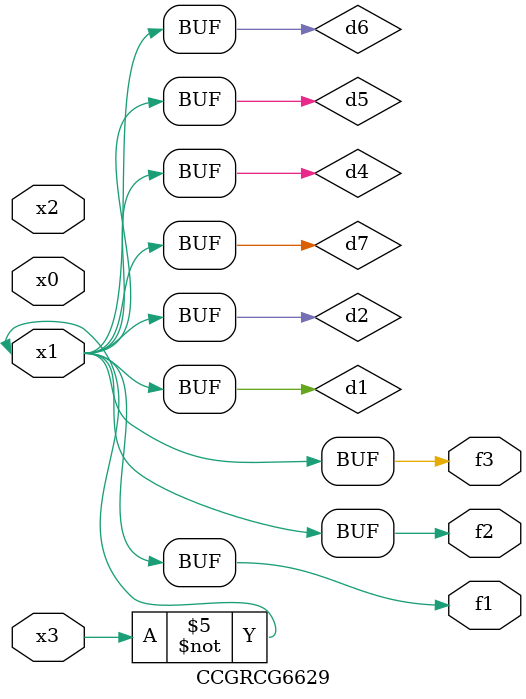
<source format=v>
module CCGRCG6629(
	input x0, x1, x2, x3,
	output f1, f2, f3
);

	wire d1, d2, d3, d4, d5, d6, d7;

	not (d1, x3);
	buf (d2, x1);
	xnor (d3, d1, d2);
	nor (d4, d1);
	buf (d5, d1, d2);
	buf (d6, d4, d5);
	nand (d7, d4);
	assign f1 = d6;
	assign f2 = d7;
	assign f3 = d6;
endmodule

</source>
